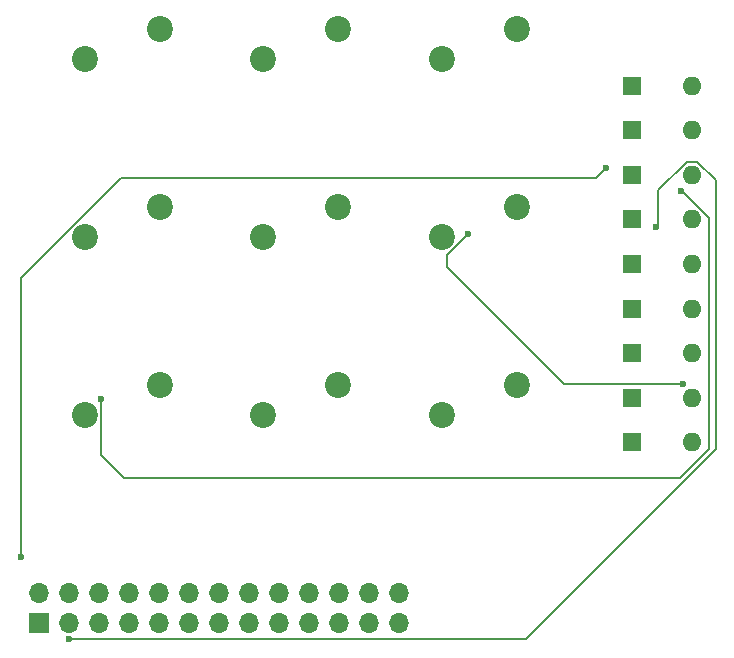
<source format=gbl>
%TF.GenerationSoftware,KiCad,Pcbnew,8.0.5*%
%TF.CreationDate,2025-07-15T13:21:22-04:00*%
%TF.ProjectId,macropad,6d616372-6f70-4616-942e-6b696361645f,rev?*%
%TF.SameCoordinates,Original*%
%TF.FileFunction,Copper,L2,Bot*%
%TF.FilePolarity,Positive*%
%FSLAX46Y46*%
G04 Gerber Fmt 4.6, Leading zero omitted, Abs format (unit mm)*
G04 Created by KiCad (PCBNEW 8.0.5) date 2025-07-15 13:21:22*
%MOMM*%
%LPD*%
G01*
G04 APERTURE LIST*
%TA.AperFunction,ComponentPad*%
%ADD10C,2.200000*%
%TD*%
%TA.AperFunction,ComponentPad*%
%ADD11R,1.600000X1.600000*%
%TD*%
%TA.AperFunction,ComponentPad*%
%ADD12O,1.600000X1.600000*%
%TD*%
%TA.AperFunction,ComponentPad*%
%ADD13R,1.700000X1.700000*%
%TD*%
%TA.AperFunction,ComponentPad*%
%ADD14O,1.700000X1.700000*%
%TD*%
%TA.AperFunction,ViaPad*%
%ADD15C,0.600000*%
%TD*%
%TA.AperFunction,Conductor*%
%ADD16C,0.200000*%
%TD*%
G04 APERTURE END LIST*
D10*
%TO.P,K6,1*%
%TO.N,/col 2*%
X146460000Y-89760000D03*
%TO.P,K6,2*%
%TO.N,Net-(D6-A)*%
X140110000Y-92300000D03*
%TD*%
%TO.P,K2,1*%
%TO.N,/col 1*%
X131370000Y-74670000D03*
%TO.P,K2,2*%
%TO.N,Net-(D2-A)*%
X125020000Y-77210000D03*
%TD*%
D11*
%TO.P,D8,1,K*%
%TO.N,/row 2*%
X171315686Y-90805484D03*
D12*
%TO.P,D8,2,A*%
%TO.N,Net-(D8-A)*%
X176395686Y-90805484D03*
%TD*%
D10*
%TO.P,K3,1*%
%TO.N,/col 2*%
X131370000Y-89760000D03*
%TO.P,K3,2*%
%TO.N,Net-(D3-A)*%
X125020000Y-92300000D03*
%TD*%
D11*
%TO.P,D5,1,K*%
%TO.N,/row 1*%
X171315686Y-79487258D03*
D12*
%TO.P,D5,2,A*%
%TO.N,Net-(D5-A)*%
X176395686Y-79487258D03*
%TD*%
D11*
%TO.P,D3,1,K*%
%TO.N,/row0*%
X171315686Y-71941774D03*
D12*
%TO.P,D3,2,A*%
%TO.N,Net-(D3-A)*%
X176395686Y-71941774D03*
%TD*%
D10*
%TO.P,K7,1*%
%TO.N,/col 0*%
X161550000Y-59580000D03*
%TO.P,K7,2*%
%TO.N,Net-(D7-A)*%
X155200000Y-62120000D03*
%TD*%
D11*
%TO.P,D7,1,K*%
%TO.N,/row 2*%
X171315686Y-87032742D03*
D12*
%TO.P,D7,2,A*%
%TO.N,Net-(D7-A)*%
X176395686Y-87032742D03*
%TD*%
D11*
%TO.P,D9,1,K*%
%TO.N,/row 2*%
X171315686Y-94578226D03*
D12*
%TO.P,D9,2,A*%
%TO.N,Net-(D9-A)*%
X176395686Y-94578226D03*
%TD*%
D10*
%TO.P,K9,1*%
%TO.N,/col 2*%
X161550000Y-89760000D03*
%TO.P,K9,2*%
%TO.N,Net-(D9-A)*%
X155200000Y-92300000D03*
%TD*%
D11*
%TO.P,D1,1,K*%
%TO.N,/row0*%
X171315686Y-64396290D03*
D12*
%TO.P,D1,2,A*%
%TO.N,Net-(D1-A)*%
X176395686Y-64396290D03*
%TD*%
D11*
%TO.P,D2,1,K*%
%TO.N,/row0*%
X171315686Y-68169032D03*
D12*
%TO.P,D2,2,A*%
%TO.N,Net-(D2-A)*%
X176395686Y-68169032D03*
%TD*%
D11*
%TO.P,D4,1,K*%
%TO.N,/row 1*%
X171315686Y-75714516D03*
D12*
%TO.P,D4,2,A*%
%TO.N,Net-(D4-A)*%
X176395686Y-75714516D03*
%TD*%
D10*
%TO.P,K8,1*%
%TO.N,/col 1*%
X161550000Y-74670000D03*
%TO.P,K8,2*%
%TO.N,Net-(D8-A)*%
X155200000Y-77210000D03*
%TD*%
%TO.P,K4,1*%
%TO.N,/col 0*%
X146460000Y-59580000D03*
%TO.P,K4,2*%
%TO.N,Net-(D4-A)*%
X140110000Y-62120000D03*
%TD*%
D13*
%TO.P,J1,1,Pin_1*%
%TO.N,/row0*%
X121130000Y-109900000D03*
D14*
%TO.P,J1,2,Pin_2*%
%TO.N,GND*%
X121130000Y-107360000D03*
%TO.P,J1,3,Pin_3*%
%TO.N,/row 1*%
X123670000Y-109900000D03*
%TO.P,J1,4,Pin_4*%
%TO.N,unconnected-(J1-Pin_4-Pad4)*%
X123670000Y-107360000D03*
%TO.P,J1,5,Pin_5*%
%TO.N,/row 2*%
X126210000Y-109900000D03*
%TO.P,J1,6,Pin_6*%
%TO.N,unconnected-(J1-Pin_6-Pad6)*%
X126210000Y-107360000D03*
%TO.P,J1,7,Pin_7*%
%TO.N,/col 0*%
X128750000Y-109900000D03*
%TO.P,J1,8,Pin_8*%
%TO.N,unconnected-(J1-Pin_8-Pad8)*%
X128750000Y-107360000D03*
%TO.P,J1,9,Pin_9*%
%TO.N,/col 1*%
X131290000Y-109900000D03*
%TO.P,J1,10,Pin_10*%
%TO.N,Net-(J1-Pin_10)*%
X131290000Y-107360000D03*
%TO.P,J1,11,Pin_11*%
%TO.N,/col 2*%
X133830000Y-109900000D03*
%TO.P,J1,12,Pin_12*%
%TO.N,unconnected-(J1-Pin_12-Pad12)*%
X133830000Y-107360000D03*
%TO.P,J1,13,Pin_13*%
%TO.N,unconnected-(J1-Pin_13-Pad13)*%
X136370000Y-109900000D03*
%TO.P,J1,14*%
%TO.N,N/C*%
X136370000Y-107360000D03*
%TO.P,J1,15*%
X138910000Y-109900000D03*
%TO.P,J1,16*%
X138910000Y-107360000D03*
%TO.P,J1,17*%
X141450000Y-109900000D03*
%TO.P,J1,18*%
X141450000Y-107360000D03*
%TO.P,J1,19*%
X143990000Y-109900000D03*
%TO.P,J1,20*%
X143990000Y-107360000D03*
%TO.P,J1,21*%
X146530000Y-109900000D03*
%TO.P,J1,22*%
X146530000Y-107360000D03*
%TO.P,J1,23*%
X149070000Y-109900000D03*
%TO.P,J1,24*%
X149070000Y-107360000D03*
%TO.P,J1,25*%
X151610000Y-109900000D03*
%TO.P,J1,26*%
X151610000Y-107360000D03*
%TD*%
D10*
%TO.P,K5,1*%
%TO.N,/col 1*%
X146460000Y-74670000D03*
%TO.P,K5,2*%
%TO.N,Net-(D5-A)*%
X140110000Y-77210000D03*
%TD*%
%TO.P,K1,1*%
%TO.N,/col 0*%
X131370000Y-59580000D03*
%TO.P,K1,2*%
%TO.N,Net-(D1-A)*%
X125020000Y-62120000D03*
%TD*%
D11*
%TO.P,D6,1,K*%
%TO.N,/row 1*%
X171315686Y-83260000D03*
D12*
%TO.P,D6,2,A*%
%TO.N,Net-(D6-A)*%
X176395686Y-83260000D03*
%TD*%
D15*
%TO.N,/row0*%
X169120000Y-71380000D03*
X119590000Y-104300000D03*
%TO.N,Net-(D3-A)*%
X126360000Y-90900000D03*
X175480000Y-73340000D03*
%TO.N,/row 1*%
X123680000Y-111220000D03*
X173360000Y-76360000D03*
%TO.N,Net-(D8-A)*%
X175650000Y-89650000D03*
X157400000Y-76960000D03*
%TD*%
D16*
%TO.N,/row0*%
X168270000Y-72230000D02*
X169120000Y-71380000D01*
X119590000Y-80660101D02*
X128020101Y-72230000D01*
X128020101Y-72230000D02*
X168270000Y-72230000D01*
X119590000Y-104300000D02*
X119590000Y-80660101D01*
%TO.N,Net-(D3-A)*%
X175576805Y-73340000D02*
X177840000Y-75603195D01*
X177840000Y-95170000D02*
X175400000Y-97610000D01*
X128390000Y-97610000D02*
X128276598Y-97610000D01*
X128276598Y-97610000D02*
X126360000Y-95693402D01*
X177840000Y-75603195D02*
X177840000Y-95170000D01*
X126360000Y-95693402D02*
X126360000Y-90900000D01*
X175400000Y-97610000D02*
X128390000Y-97610000D01*
X175480000Y-73340000D02*
X175576805Y-73340000D01*
X128390000Y-97610000D02*
X128270000Y-97610000D01*
%TO.N,/row 1*%
X178400000Y-95175686D02*
X178400000Y-72390453D01*
X173530000Y-73251825D02*
X173530000Y-76190000D01*
X178400000Y-72390453D02*
X176839547Y-70830000D01*
X175951825Y-70830000D02*
X173530000Y-73251825D01*
X123680000Y-111220000D02*
X162355686Y-111220000D01*
X173530000Y-76190000D02*
X173360000Y-76360000D01*
X162355686Y-111220000D02*
X178400000Y-95175686D01*
X176839547Y-70830000D02*
X175951825Y-70830000D01*
%TO.N,Net-(D8-A)*%
X155660000Y-79723402D02*
X155660000Y-78700000D01*
X175650000Y-89650000D02*
X165586598Y-89650000D01*
X155660000Y-78700000D02*
X157400000Y-76960000D01*
X165586598Y-89650000D02*
X155660000Y-79723402D01*
%TD*%
M02*

</source>
